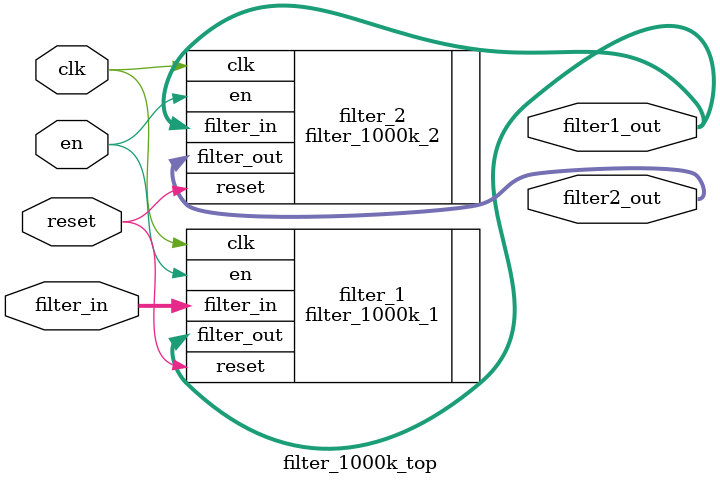
<source format=v>
module filter_1000k_top(
    input clk,
    input reset,
    input en,
    input [15:0] filter_in,
    output signed [15:0] filter1_out,
    output signed [15:0] filter2_out 
);
filter_1000k_1 filter_1(
    .clk(clk),
    .reset(reset),
    .en(en),
    .filter_in(filter_in),
    .filter_out(filter1_out)
);

filter_1000k_2 filter_2(
    .clk(clk),
    .reset(reset),
    .en(en),
    .filter_in(filter1_out),
    .filter_out(filter2_out)
);

endmodule
</source>
